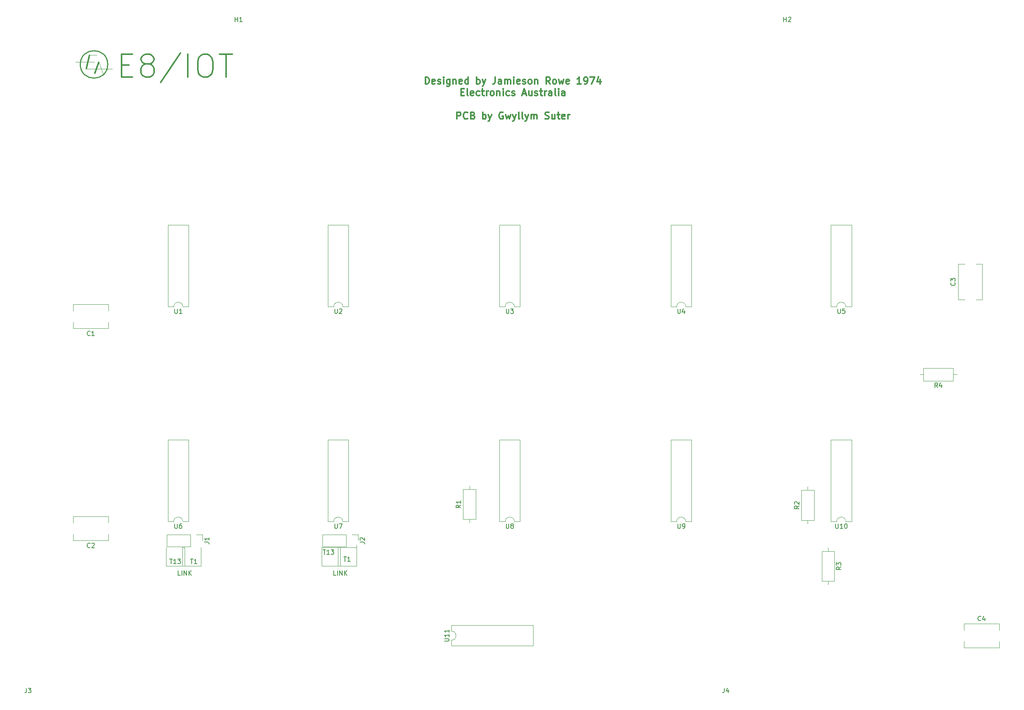
<source format=gbr>
%TF.GenerationSoftware,KiCad,Pcbnew,(5.1.10-1-10_14)*%
%TF.CreationDate,2022-01-24T12:26:02+11:00*%
%TF.ProjectId,Input:Output Interface,496e7075-743a-44f7-9574-70757420496e,rev?*%
%TF.SameCoordinates,Original*%
%TF.FileFunction,Legend,Top*%
%TF.FilePolarity,Positive*%
%FSLAX46Y46*%
G04 Gerber Fmt 4.6, Leading zero omitted, Abs format (unit mm)*
G04 Created by KiCad (PCBNEW (5.1.10-1-10_14)) date 2022-01-24 12:26:02*
%MOMM*%
%LPD*%
G01*
G04 APERTURE LIST*
%ADD10C,0.300000*%
%ADD11C,0.150000*%
%ADD12C,0.120000*%
%ADD13C,0.240000*%
G04 APERTURE END LIST*
D10*
X94386285Y-68222857D02*
X96052952Y-68222857D01*
X96767238Y-70841904D02*
X94386285Y-70841904D01*
X94386285Y-65841904D01*
X96767238Y-65841904D01*
X99624380Y-67984761D02*
X99148190Y-67746666D01*
X98910095Y-67508571D01*
X98672000Y-67032380D01*
X98672000Y-66794285D01*
X98910095Y-66318095D01*
X99148190Y-66080000D01*
X99624380Y-65841904D01*
X100576761Y-65841904D01*
X101052952Y-66080000D01*
X101291047Y-66318095D01*
X101529142Y-66794285D01*
X101529142Y-67032380D01*
X101291047Y-67508571D01*
X101052952Y-67746666D01*
X100576761Y-67984761D01*
X99624380Y-67984761D01*
X99148190Y-68222857D01*
X98910095Y-68460952D01*
X98672000Y-68937142D01*
X98672000Y-69889523D01*
X98910095Y-70365714D01*
X99148190Y-70603809D01*
X99624380Y-70841904D01*
X100576761Y-70841904D01*
X101052952Y-70603809D01*
X101291047Y-70365714D01*
X101529142Y-69889523D01*
X101529142Y-68937142D01*
X101291047Y-68460952D01*
X101052952Y-68222857D01*
X100576761Y-67984761D01*
X107243428Y-65603809D02*
X102957714Y-72032380D01*
X108910095Y-70841904D02*
X108910095Y-65841904D01*
X112243428Y-65841904D02*
X113195809Y-65841904D01*
X113672000Y-66080000D01*
X114148190Y-66556190D01*
X114386285Y-67508571D01*
X114386285Y-69175238D01*
X114148190Y-70127619D01*
X113672000Y-70603809D01*
X113195809Y-70841904D01*
X112243428Y-70841904D01*
X111767238Y-70603809D01*
X111291047Y-70127619D01*
X111052952Y-69175238D01*
X111052952Y-67508571D01*
X111291047Y-66556190D01*
X111767238Y-66080000D01*
X112243428Y-65841904D01*
X115814857Y-65841904D02*
X118672000Y-65841904D01*
X117243428Y-70841904D02*
X117243428Y-65841904D01*
X160857142Y-72353571D02*
X160857142Y-70853571D01*
X161214285Y-70853571D01*
X161428571Y-70925000D01*
X161571428Y-71067857D01*
X161642857Y-71210714D01*
X161714285Y-71496428D01*
X161714285Y-71710714D01*
X161642857Y-71996428D01*
X161571428Y-72139285D01*
X161428571Y-72282142D01*
X161214285Y-72353571D01*
X160857142Y-72353571D01*
X162928571Y-72282142D02*
X162785714Y-72353571D01*
X162500000Y-72353571D01*
X162357142Y-72282142D01*
X162285714Y-72139285D01*
X162285714Y-71567857D01*
X162357142Y-71425000D01*
X162500000Y-71353571D01*
X162785714Y-71353571D01*
X162928571Y-71425000D01*
X163000000Y-71567857D01*
X163000000Y-71710714D01*
X162285714Y-71853571D01*
X163571428Y-72282142D02*
X163714285Y-72353571D01*
X164000000Y-72353571D01*
X164142857Y-72282142D01*
X164214285Y-72139285D01*
X164214285Y-72067857D01*
X164142857Y-71925000D01*
X164000000Y-71853571D01*
X163785714Y-71853571D01*
X163642857Y-71782142D01*
X163571428Y-71639285D01*
X163571428Y-71567857D01*
X163642857Y-71425000D01*
X163785714Y-71353571D01*
X164000000Y-71353571D01*
X164142857Y-71425000D01*
X164857142Y-72353571D02*
X164857142Y-71353571D01*
X164857142Y-70853571D02*
X164785714Y-70925000D01*
X164857142Y-70996428D01*
X164928571Y-70925000D01*
X164857142Y-70853571D01*
X164857142Y-70996428D01*
X166214285Y-71353571D02*
X166214285Y-72567857D01*
X166142857Y-72710714D01*
X166071428Y-72782142D01*
X165928571Y-72853571D01*
X165714285Y-72853571D01*
X165571428Y-72782142D01*
X166214285Y-72282142D02*
X166071428Y-72353571D01*
X165785714Y-72353571D01*
X165642857Y-72282142D01*
X165571428Y-72210714D01*
X165500000Y-72067857D01*
X165500000Y-71639285D01*
X165571428Y-71496428D01*
X165642857Y-71425000D01*
X165785714Y-71353571D01*
X166071428Y-71353571D01*
X166214285Y-71425000D01*
X166928571Y-71353571D02*
X166928571Y-72353571D01*
X166928571Y-71496428D02*
X167000000Y-71425000D01*
X167142857Y-71353571D01*
X167357142Y-71353571D01*
X167500000Y-71425000D01*
X167571428Y-71567857D01*
X167571428Y-72353571D01*
X168857142Y-72282142D02*
X168714285Y-72353571D01*
X168428571Y-72353571D01*
X168285714Y-72282142D01*
X168214285Y-72139285D01*
X168214285Y-71567857D01*
X168285714Y-71425000D01*
X168428571Y-71353571D01*
X168714285Y-71353571D01*
X168857142Y-71425000D01*
X168928571Y-71567857D01*
X168928571Y-71710714D01*
X168214285Y-71853571D01*
X170214285Y-72353571D02*
X170214285Y-70853571D01*
X170214285Y-72282142D02*
X170071428Y-72353571D01*
X169785714Y-72353571D01*
X169642857Y-72282142D01*
X169571428Y-72210714D01*
X169500000Y-72067857D01*
X169500000Y-71639285D01*
X169571428Y-71496428D01*
X169642857Y-71425000D01*
X169785714Y-71353571D01*
X170071428Y-71353571D01*
X170214285Y-71425000D01*
X172071428Y-72353571D02*
X172071428Y-70853571D01*
X172071428Y-71425000D02*
X172214285Y-71353571D01*
X172500000Y-71353571D01*
X172642857Y-71425000D01*
X172714285Y-71496428D01*
X172785714Y-71639285D01*
X172785714Y-72067857D01*
X172714285Y-72210714D01*
X172642857Y-72282142D01*
X172500000Y-72353571D01*
X172214285Y-72353571D01*
X172071428Y-72282142D01*
X173285714Y-71353571D02*
X173642857Y-72353571D01*
X174000000Y-71353571D02*
X173642857Y-72353571D01*
X173500000Y-72710714D01*
X173428571Y-72782142D01*
X173285714Y-72853571D01*
X176142857Y-70853571D02*
X176142857Y-71925000D01*
X176071428Y-72139285D01*
X175928571Y-72282142D01*
X175714285Y-72353571D01*
X175571428Y-72353571D01*
X177500000Y-72353571D02*
X177500000Y-71567857D01*
X177428571Y-71425000D01*
X177285714Y-71353571D01*
X177000000Y-71353571D01*
X176857142Y-71425000D01*
X177500000Y-72282142D02*
X177357142Y-72353571D01*
X177000000Y-72353571D01*
X176857142Y-72282142D01*
X176785714Y-72139285D01*
X176785714Y-71996428D01*
X176857142Y-71853571D01*
X177000000Y-71782142D01*
X177357142Y-71782142D01*
X177500000Y-71710714D01*
X178214285Y-72353571D02*
X178214285Y-71353571D01*
X178214285Y-71496428D02*
X178285714Y-71425000D01*
X178428571Y-71353571D01*
X178642857Y-71353571D01*
X178785714Y-71425000D01*
X178857142Y-71567857D01*
X178857142Y-72353571D01*
X178857142Y-71567857D02*
X178928571Y-71425000D01*
X179071428Y-71353571D01*
X179285714Y-71353571D01*
X179428571Y-71425000D01*
X179500000Y-71567857D01*
X179500000Y-72353571D01*
X180214285Y-72353571D02*
X180214285Y-71353571D01*
X180214285Y-70853571D02*
X180142857Y-70925000D01*
X180214285Y-70996428D01*
X180285714Y-70925000D01*
X180214285Y-70853571D01*
X180214285Y-70996428D01*
X181500000Y-72282142D02*
X181357142Y-72353571D01*
X181071428Y-72353571D01*
X180928571Y-72282142D01*
X180857142Y-72139285D01*
X180857142Y-71567857D01*
X180928571Y-71425000D01*
X181071428Y-71353571D01*
X181357142Y-71353571D01*
X181500000Y-71425000D01*
X181571428Y-71567857D01*
X181571428Y-71710714D01*
X180857142Y-71853571D01*
X182142857Y-72282142D02*
X182285714Y-72353571D01*
X182571428Y-72353571D01*
X182714285Y-72282142D01*
X182785714Y-72139285D01*
X182785714Y-72067857D01*
X182714285Y-71925000D01*
X182571428Y-71853571D01*
X182357142Y-71853571D01*
X182214285Y-71782142D01*
X182142857Y-71639285D01*
X182142857Y-71567857D01*
X182214285Y-71425000D01*
X182357142Y-71353571D01*
X182571428Y-71353571D01*
X182714285Y-71425000D01*
X183642857Y-72353571D02*
X183500000Y-72282142D01*
X183428571Y-72210714D01*
X183357142Y-72067857D01*
X183357142Y-71639285D01*
X183428571Y-71496428D01*
X183500000Y-71425000D01*
X183642857Y-71353571D01*
X183857142Y-71353571D01*
X184000000Y-71425000D01*
X184071428Y-71496428D01*
X184142857Y-71639285D01*
X184142857Y-72067857D01*
X184071428Y-72210714D01*
X184000000Y-72282142D01*
X183857142Y-72353571D01*
X183642857Y-72353571D01*
X184785714Y-71353571D02*
X184785714Y-72353571D01*
X184785714Y-71496428D02*
X184857142Y-71425000D01*
X185000000Y-71353571D01*
X185214285Y-71353571D01*
X185357142Y-71425000D01*
X185428571Y-71567857D01*
X185428571Y-72353571D01*
X188142857Y-72353571D02*
X187642857Y-71639285D01*
X187285714Y-72353571D02*
X187285714Y-70853571D01*
X187857142Y-70853571D01*
X188000000Y-70925000D01*
X188071428Y-70996428D01*
X188142857Y-71139285D01*
X188142857Y-71353571D01*
X188071428Y-71496428D01*
X188000000Y-71567857D01*
X187857142Y-71639285D01*
X187285714Y-71639285D01*
X189000000Y-72353571D02*
X188857142Y-72282142D01*
X188785714Y-72210714D01*
X188714285Y-72067857D01*
X188714285Y-71639285D01*
X188785714Y-71496428D01*
X188857142Y-71425000D01*
X189000000Y-71353571D01*
X189214285Y-71353571D01*
X189357142Y-71425000D01*
X189428571Y-71496428D01*
X189500000Y-71639285D01*
X189500000Y-72067857D01*
X189428571Y-72210714D01*
X189357142Y-72282142D01*
X189214285Y-72353571D01*
X189000000Y-72353571D01*
X190000000Y-71353571D02*
X190285714Y-72353571D01*
X190571428Y-71639285D01*
X190857142Y-72353571D01*
X191142857Y-71353571D01*
X192285714Y-72282142D02*
X192142857Y-72353571D01*
X191857142Y-72353571D01*
X191714285Y-72282142D01*
X191642857Y-72139285D01*
X191642857Y-71567857D01*
X191714285Y-71425000D01*
X191857142Y-71353571D01*
X192142857Y-71353571D01*
X192285714Y-71425000D01*
X192357142Y-71567857D01*
X192357142Y-71710714D01*
X191642857Y-71853571D01*
X194928571Y-72353571D02*
X194071428Y-72353571D01*
X194500000Y-72353571D02*
X194500000Y-70853571D01*
X194357142Y-71067857D01*
X194214285Y-71210714D01*
X194071428Y-71282142D01*
X195642857Y-72353571D02*
X195928571Y-72353571D01*
X196071428Y-72282142D01*
X196142857Y-72210714D01*
X196285714Y-71996428D01*
X196357142Y-71710714D01*
X196357142Y-71139285D01*
X196285714Y-70996428D01*
X196214285Y-70925000D01*
X196071428Y-70853571D01*
X195785714Y-70853571D01*
X195642857Y-70925000D01*
X195571428Y-70996428D01*
X195500000Y-71139285D01*
X195500000Y-71496428D01*
X195571428Y-71639285D01*
X195642857Y-71710714D01*
X195785714Y-71782142D01*
X196071428Y-71782142D01*
X196214285Y-71710714D01*
X196285714Y-71639285D01*
X196357142Y-71496428D01*
X196857142Y-70853571D02*
X197857142Y-70853571D01*
X197214285Y-72353571D01*
X199071428Y-71353571D02*
X199071428Y-72353571D01*
X198714285Y-70782142D02*
X198357142Y-71853571D01*
X199285714Y-71853571D01*
X168642857Y-74117857D02*
X169142857Y-74117857D01*
X169357142Y-74903571D02*
X168642857Y-74903571D01*
X168642857Y-73403571D01*
X169357142Y-73403571D01*
X170214285Y-74903571D02*
X170071428Y-74832142D01*
X170000000Y-74689285D01*
X170000000Y-73403571D01*
X171357142Y-74832142D02*
X171214285Y-74903571D01*
X170928571Y-74903571D01*
X170785714Y-74832142D01*
X170714285Y-74689285D01*
X170714285Y-74117857D01*
X170785714Y-73975000D01*
X170928571Y-73903571D01*
X171214285Y-73903571D01*
X171357142Y-73975000D01*
X171428571Y-74117857D01*
X171428571Y-74260714D01*
X170714285Y-74403571D01*
X172714285Y-74832142D02*
X172571428Y-74903571D01*
X172285714Y-74903571D01*
X172142857Y-74832142D01*
X172071428Y-74760714D01*
X172000000Y-74617857D01*
X172000000Y-74189285D01*
X172071428Y-74046428D01*
X172142857Y-73975000D01*
X172285714Y-73903571D01*
X172571428Y-73903571D01*
X172714285Y-73975000D01*
X173142857Y-73903571D02*
X173714285Y-73903571D01*
X173357142Y-73403571D02*
X173357142Y-74689285D01*
X173428571Y-74832142D01*
X173571428Y-74903571D01*
X173714285Y-74903571D01*
X174214285Y-74903571D02*
X174214285Y-73903571D01*
X174214285Y-74189285D02*
X174285714Y-74046428D01*
X174357142Y-73975000D01*
X174500000Y-73903571D01*
X174642857Y-73903571D01*
X175357142Y-74903571D02*
X175214285Y-74832142D01*
X175142857Y-74760714D01*
X175071428Y-74617857D01*
X175071428Y-74189285D01*
X175142857Y-74046428D01*
X175214285Y-73975000D01*
X175357142Y-73903571D01*
X175571428Y-73903571D01*
X175714285Y-73975000D01*
X175785714Y-74046428D01*
X175857142Y-74189285D01*
X175857142Y-74617857D01*
X175785714Y-74760714D01*
X175714285Y-74832142D01*
X175571428Y-74903571D01*
X175357142Y-74903571D01*
X176500000Y-73903571D02*
X176500000Y-74903571D01*
X176500000Y-74046428D02*
X176571428Y-73975000D01*
X176714285Y-73903571D01*
X176928571Y-73903571D01*
X177071428Y-73975000D01*
X177142857Y-74117857D01*
X177142857Y-74903571D01*
X177857142Y-74903571D02*
X177857142Y-73903571D01*
X177857142Y-73403571D02*
X177785714Y-73475000D01*
X177857142Y-73546428D01*
X177928571Y-73475000D01*
X177857142Y-73403571D01*
X177857142Y-73546428D01*
X179214285Y-74832142D02*
X179071428Y-74903571D01*
X178785714Y-74903571D01*
X178642857Y-74832142D01*
X178571428Y-74760714D01*
X178500000Y-74617857D01*
X178500000Y-74189285D01*
X178571428Y-74046428D01*
X178642857Y-73975000D01*
X178785714Y-73903571D01*
X179071428Y-73903571D01*
X179214285Y-73975000D01*
X179785714Y-74832142D02*
X179928571Y-74903571D01*
X180214285Y-74903571D01*
X180357142Y-74832142D01*
X180428571Y-74689285D01*
X180428571Y-74617857D01*
X180357142Y-74475000D01*
X180214285Y-74403571D01*
X180000000Y-74403571D01*
X179857142Y-74332142D01*
X179785714Y-74189285D01*
X179785714Y-74117857D01*
X179857142Y-73975000D01*
X180000000Y-73903571D01*
X180214285Y-73903571D01*
X180357142Y-73975000D01*
X182142857Y-74475000D02*
X182857142Y-74475000D01*
X182000000Y-74903571D02*
X182500000Y-73403571D01*
X183000000Y-74903571D01*
X184142857Y-73903571D02*
X184142857Y-74903571D01*
X183500000Y-73903571D02*
X183500000Y-74689285D01*
X183571428Y-74832142D01*
X183714285Y-74903571D01*
X183928571Y-74903571D01*
X184071428Y-74832142D01*
X184142857Y-74760714D01*
X184785714Y-74832142D02*
X184928571Y-74903571D01*
X185214285Y-74903571D01*
X185357142Y-74832142D01*
X185428571Y-74689285D01*
X185428571Y-74617857D01*
X185357142Y-74475000D01*
X185214285Y-74403571D01*
X185000000Y-74403571D01*
X184857142Y-74332142D01*
X184785714Y-74189285D01*
X184785714Y-74117857D01*
X184857142Y-73975000D01*
X185000000Y-73903571D01*
X185214285Y-73903571D01*
X185357142Y-73975000D01*
X185857142Y-73903571D02*
X186428571Y-73903571D01*
X186071428Y-73403571D02*
X186071428Y-74689285D01*
X186142857Y-74832142D01*
X186285714Y-74903571D01*
X186428571Y-74903571D01*
X186928571Y-74903571D02*
X186928571Y-73903571D01*
X186928571Y-74189285D02*
X187000000Y-74046428D01*
X187071428Y-73975000D01*
X187214285Y-73903571D01*
X187357142Y-73903571D01*
X188500000Y-74903571D02*
X188500000Y-74117857D01*
X188428571Y-73975000D01*
X188285714Y-73903571D01*
X188000000Y-73903571D01*
X187857142Y-73975000D01*
X188500000Y-74832142D02*
X188357142Y-74903571D01*
X188000000Y-74903571D01*
X187857142Y-74832142D01*
X187785714Y-74689285D01*
X187785714Y-74546428D01*
X187857142Y-74403571D01*
X188000000Y-74332142D01*
X188357142Y-74332142D01*
X188500000Y-74260714D01*
X189428571Y-74903571D02*
X189285714Y-74832142D01*
X189214285Y-74689285D01*
X189214285Y-73403571D01*
X190000000Y-74903571D02*
X190000000Y-73903571D01*
X190000000Y-73403571D02*
X189928571Y-73475000D01*
X190000000Y-73546428D01*
X190071428Y-73475000D01*
X190000000Y-73403571D01*
X190000000Y-73546428D01*
X191357142Y-74903571D02*
X191357142Y-74117857D01*
X191285714Y-73975000D01*
X191142857Y-73903571D01*
X190857142Y-73903571D01*
X190714285Y-73975000D01*
X191357142Y-74832142D02*
X191214285Y-74903571D01*
X190857142Y-74903571D01*
X190714285Y-74832142D01*
X190642857Y-74689285D01*
X190642857Y-74546428D01*
X190714285Y-74403571D01*
X190857142Y-74332142D01*
X191214285Y-74332142D01*
X191357142Y-74260714D01*
X167750000Y-80003571D02*
X167750000Y-78503571D01*
X168321428Y-78503571D01*
X168464285Y-78575000D01*
X168535714Y-78646428D01*
X168607142Y-78789285D01*
X168607142Y-79003571D01*
X168535714Y-79146428D01*
X168464285Y-79217857D01*
X168321428Y-79289285D01*
X167750000Y-79289285D01*
X170107142Y-79860714D02*
X170035714Y-79932142D01*
X169821428Y-80003571D01*
X169678571Y-80003571D01*
X169464285Y-79932142D01*
X169321428Y-79789285D01*
X169250000Y-79646428D01*
X169178571Y-79360714D01*
X169178571Y-79146428D01*
X169250000Y-78860714D01*
X169321428Y-78717857D01*
X169464285Y-78575000D01*
X169678571Y-78503571D01*
X169821428Y-78503571D01*
X170035714Y-78575000D01*
X170107142Y-78646428D01*
X171250000Y-79217857D02*
X171464285Y-79289285D01*
X171535714Y-79360714D01*
X171607142Y-79503571D01*
X171607142Y-79717857D01*
X171535714Y-79860714D01*
X171464285Y-79932142D01*
X171321428Y-80003571D01*
X170750000Y-80003571D01*
X170750000Y-78503571D01*
X171250000Y-78503571D01*
X171392857Y-78575000D01*
X171464285Y-78646428D01*
X171535714Y-78789285D01*
X171535714Y-78932142D01*
X171464285Y-79075000D01*
X171392857Y-79146428D01*
X171250000Y-79217857D01*
X170750000Y-79217857D01*
X173392857Y-80003571D02*
X173392857Y-78503571D01*
X173392857Y-79075000D02*
X173535714Y-79003571D01*
X173821428Y-79003571D01*
X173964285Y-79075000D01*
X174035714Y-79146428D01*
X174107142Y-79289285D01*
X174107142Y-79717857D01*
X174035714Y-79860714D01*
X173964285Y-79932142D01*
X173821428Y-80003571D01*
X173535714Y-80003571D01*
X173392857Y-79932142D01*
X174607142Y-79003571D02*
X174964285Y-80003571D01*
X175321428Y-79003571D02*
X174964285Y-80003571D01*
X174821428Y-80360714D01*
X174750000Y-80432142D01*
X174607142Y-80503571D01*
X177821428Y-78575000D02*
X177678571Y-78503571D01*
X177464285Y-78503571D01*
X177250000Y-78575000D01*
X177107142Y-78717857D01*
X177035714Y-78860714D01*
X176964285Y-79146428D01*
X176964285Y-79360714D01*
X177035714Y-79646428D01*
X177107142Y-79789285D01*
X177250000Y-79932142D01*
X177464285Y-80003571D01*
X177607142Y-80003571D01*
X177821428Y-79932142D01*
X177892857Y-79860714D01*
X177892857Y-79360714D01*
X177607142Y-79360714D01*
X178392857Y-79003571D02*
X178678571Y-80003571D01*
X178964285Y-79289285D01*
X179250000Y-80003571D01*
X179535714Y-79003571D01*
X179964285Y-79003571D02*
X180321428Y-80003571D01*
X180678571Y-79003571D02*
X180321428Y-80003571D01*
X180178571Y-80360714D01*
X180107142Y-80432142D01*
X179964285Y-80503571D01*
X181464285Y-80003571D02*
X181321428Y-79932142D01*
X181250000Y-79789285D01*
X181250000Y-78503571D01*
X182250000Y-80003571D02*
X182107142Y-79932142D01*
X182035714Y-79789285D01*
X182035714Y-78503571D01*
X182678571Y-79003571D02*
X183035714Y-80003571D01*
X183392857Y-79003571D02*
X183035714Y-80003571D01*
X182892857Y-80360714D01*
X182821428Y-80432142D01*
X182678571Y-80503571D01*
X183964285Y-80003571D02*
X183964285Y-79003571D01*
X183964285Y-79146428D02*
X184035714Y-79075000D01*
X184178571Y-79003571D01*
X184392857Y-79003571D01*
X184535714Y-79075000D01*
X184607142Y-79217857D01*
X184607142Y-80003571D01*
X184607142Y-79217857D02*
X184678571Y-79075000D01*
X184821428Y-79003571D01*
X185035714Y-79003571D01*
X185178571Y-79075000D01*
X185250000Y-79217857D01*
X185250000Y-80003571D01*
X187035714Y-79932142D02*
X187250000Y-80003571D01*
X187607142Y-80003571D01*
X187750000Y-79932142D01*
X187821428Y-79860714D01*
X187892857Y-79717857D01*
X187892857Y-79575000D01*
X187821428Y-79432142D01*
X187750000Y-79360714D01*
X187607142Y-79289285D01*
X187321428Y-79217857D01*
X187178571Y-79146428D01*
X187107142Y-79075000D01*
X187035714Y-78932142D01*
X187035714Y-78789285D01*
X187107142Y-78646428D01*
X187178571Y-78575000D01*
X187321428Y-78503571D01*
X187678571Y-78503571D01*
X187892857Y-78575000D01*
X189178571Y-79003571D02*
X189178571Y-80003571D01*
X188535714Y-79003571D02*
X188535714Y-79789285D01*
X188607142Y-79932142D01*
X188750000Y-80003571D01*
X188964285Y-80003571D01*
X189107142Y-79932142D01*
X189178571Y-79860714D01*
X189678571Y-79003571D02*
X190250000Y-79003571D01*
X189892857Y-78503571D02*
X189892857Y-79789285D01*
X189964285Y-79932142D01*
X190107142Y-80003571D01*
X190250000Y-80003571D01*
X191321428Y-79932142D02*
X191178571Y-80003571D01*
X190892857Y-80003571D01*
X190750000Y-79932142D01*
X190678571Y-79789285D01*
X190678571Y-79217857D01*
X190750000Y-79075000D01*
X190892857Y-79003571D01*
X191178571Y-79003571D01*
X191321428Y-79075000D01*
X191392857Y-79217857D01*
X191392857Y-79360714D01*
X190678571Y-79503571D01*
X192035714Y-80003571D02*
X192035714Y-79003571D01*
X192035714Y-79289285D02*
X192107142Y-79146428D01*
X192178571Y-79075000D01*
X192321428Y-79003571D01*
X192464285Y-79003571D01*
D11*
X141287619Y-179776380D02*
X140811428Y-179776380D01*
X140811428Y-178776380D01*
X141620952Y-179776380D02*
X141620952Y-178776380D01*
X142097142Y-179776380D02*
X142097142Y-178776380D01*
X142668571Y-179776380D01*
X142668571Y-178776380D01*
X143144761Y-179776380D02*
X143144761Y-178776380D01*
X143716190Y-179776380D02*
X143287619Y-179204952D01*
X143716190Y-178776380D02*
X143144761Y-179347809D01*
X107251619Y-179776380D02*
X106775428Y-179776380D01*
X106775428Y-178776380D01*
X107584952Y-179776380D02*
X107584952Y-178776380D01*
X108061142Y-179776380D02*
X108061142Y-178776380D01*
X108632571Y-179776380D01*
X108632571Y-178776380D01*
X109108761Y-179776380D02*
X109108761Y-178776380D01*
X109680190Y-179776380D02*
X109251619Y-179204952D01*
X109680190Y-178776380D02*
X109108761Y-179347809D01*
D12*
X108204000Y-173736000D02*
X108204000Y-177800000D01*
X107696000Y-173736000D02*
X108204000Y-173736000D01*
X107696000Y-177800000D02*
X107696000Y-173736000D01*
X111760000Y-177800000D02*
X111760000Y-173736000D01*
X104140000Y-177800000D02*
X111760000Y-177800000D01*
X104140000Y-173736000D02*
X104140000Y-177800000D01*
X138176000Y-173736000D02*
X145796000Y-173736000D01*
X142240000Y-173736000D02*
X142240000Y-177800000D01*
X141732000Y-173736000D02*
X142240000Y-173736000D01*
X141732000Y-173736000D02*
X141732000Y-177800000D01*
X145796000Y-177800000D02*
X145796000Y-173228000D01*
X138176000Y-177800000D02*
X145796000Y-177800000D01*
X138176000Y-173736000D02*
X138176000Y-177800000D01*
D11*
X143002095Y-175728380D02*
X143573523Y-175728380D01*
X143287809Y-176728380D02*
X143287809Y-175728380D01*
X144430666Y-176728380D02*
X143859238Y-176728380D01*
X144144952Y-176728380D02*
X144144952Y-175728380D01*
X144049714Y-175871238D01*
X143954476Y-175966476D01*
X143859238Y-176014095D01*
X138461904Y-174204380D02*
X139033333Y-174204380D01*
X138747619Y-175204380D02*
X138747619Y-174204380D01*
X139890476Y-175204380D02*
X139319047Y-175204380D01*
X139604761Y-175204380D02*
X139604761Y-174204380D01*
X139509523Y-174347238D01*
X139414285Y-174442476D01*
X139319047Y-174490095D01*
X140223809Y-174204380D02*
X140842857Y-174204380D01*
X140509523Y-174585333D01*
X140652380Y-174585333D01*
X140747619Y-174632952D01*
X140795238Y-174680571D01*
X140842857Y-174775809D01*
X140842857Y-175013904D01*
X140795238Y-175109142D01*
X140747619Y-175156761D01*
X140652380Y-175204380D01*
X140366666Y-175204380D01*
X140271428Y-175156761D01*
X140223809Y-175109142D01*
X104933904Y-176236380D02*
X105505333Y-176236380D01*
X105219619Y-177236380D02*
X105219619Y-176236380D01*
X106362476Y-177236380D02*
X105791047Y-177236380D01*
X106076761Y-177236380D02*
X106076761Y-176236380D01*
X105981523Y-176379238D01*
X105886285Y-176474476D01*
X105791047Y-176522095D01*
X106695809Y-176236380D02*
X107314857Y-176236380D01*
X106981523Y-176617333D01*
X107124380Y-176617333D01*
X107219619Y-176664952D01*
X107267238Y-176712571D01*
X107314857Y-176807809D01*
X107314857Y-177045904D01*
X107267238Y-177141142D01*
X107219619Y-177188761D01*
X107124380Y-177236380D01*
X106838666Y-177236380D01*
X106743428Y-177188761D01*
X106695809Y-177141142D01*
X109474095Y-176236380D02*
X110045523Y-176236380D01*
X109759809Y-177236380D02*
X109759809Y-176236380D01*
X110902666Y-177236380D02*
X110331238Y-177236380D01*
X110616952Y-177236380D02*
X110616952Y-176236380D01*
X110521714Y-176379238D01*
X110426476Y-176474476D01*
X110331238Y-176522095D01*
D12*
%TO.C,U11*%
X166550000Y-191990000D02*
G75*
G02*
X166550000Y-193990000I0J-1000000D01*
G01*
X166550000Y-193990000D02*
X166550000Y-195240000D01*
X166550000Y-195240000D02*
X184450000Y-195240000D01*
X184450000Y-195240000D02*
X184450000Y-190740000D01*
X184450000Y-190740000D02*
X166550000Y-190740000D01*
X166550000Y-190740000D02*
X166550000Y-191990000D01*
%TO.C,U7*%
X140810000Y-168070000D02*
G75*
G02*
X142810000Y-168070000I1000000J0D01*
G01*
X142810000Y-168070000D02*
X144060000Y-168070000D01*
X144060000Y-168070000D02*
X144060000Y-150170000D01*
X144060000Y-150170000D02*
X139560000Y-150170000D01*
X139560000Y-150170000D02*
X139560000Y-168070000D01*
X139560000Y-168070000D02*
X140810000Y-168070000D01*
%TO.C,U9*%
X215810000Y-168070000D02*
G75*
G02*
X217810000Y-168070000I1000000J0D01*
G01*
X217810000Y-168070000D02*
X219060000Y-168070000D01*
X219060000Y-168070000D02*
X219060000Y-150170000D01*
X219060000Y-150170000D02*
X214560000Y-150170000D01*
X214560000Y-150170000D02*
X214560000Y-168070000D01*
X214560000Y-168070000D02*
X215810000Y-168070000D01*
%TO.C,U6*%
X105810000Y-168070000D02*
G75*
G02*
X107810000Y-168070000I1000000J0D01*
G01*
X107810000Y-168070000D02*
X109060000Y-168070000D01*
X109060000Y-168070000D02*
X109060000Y-150170000D01*
X109060000Y-150170000D02*
X104560000Y-150170000D01*
X104560000Y-150170000D02*
X104560000Y-168070000D01*
X104560000Y-168070000D02*
X105810000Y-168070000D01*
%TO.C,U1*%
X105810000Y-121070000D02*
G75*
G02*
X107810000Y-121070000I1000000J0D01*
G01*
X107810000Y-121070000D02*
X109060000Y-121070000D01*
X109060000Y-121070000D02*
X109060000Y-103170000D01*
X109060000Y-103170000D02*
X104560000Y-103170000D01*
X104560000Y-103170000D02*
X104560000Y-121070000D01*
X104560000Y-121070000D02*
X105810000Y-121070000D01*
%TO.C,U2*%
X140810000Y-121070000D02*
G75*
G02*
X142810000Y-121070000I1000000J0D01*
G01*
X142810000Y-121070000D02*
X144060000Y-121070000D01*
X144060000Y-121070000D02*
X144060000Y-103170000D01*
X144060000Y-103170000D02*
X139560000Y-103170000D01*
X139560000Y-103170000D02*
X139560000Y-121070000D01*
X139560000Y-121070000D02*
X140810000Y-121070000D01*
%TO.C,U3*%
X178310000Y-121070000D02*
G75*
G02*
X180310000Y-121070000I1000000J0D01*
G01*
X180310000Y-121070000D02*
X181560000Y-121070000D01*
X181560000Y-121070000D02*
X181560000Y-103170000D01*
X181560000Y-103170000D02*
X177060000Y-103170000D01*
X177060000Y-103170000D02*
X177060000Y-121070000D01*
X177060000Y-121070000D02*
X178310000Y-121070000D01*
%TO.C,U4*%
X215810000Y-121070000D02*
G75*
G02*
X217810000Y-121070000I1000000J0D01*
G01*
X217810000Y-121070000D02*
X219060000Y-121070000D01*
X219060000Y-121070000D02*
X219060000Y-103170000D01*
X219060000Y-103170000D02*
X214560000Y-103170000D01*
X214560000Y-103170000D02*
X214560000Y-121070000D01*
X214560000Y-121070000D02*
X215810000Y-121070000D01*
%TO.C,U5*%
X250810000Y-121070000D02*
G75*
G02*
X252810000Y-121070000I1000000J0D01*
G01*
X252810000Y-121070000D02*
X254060000Y-121070000D01*
X254060000Y-121070000D02*
X254060000Y-103170000D01*
X254060000Y-103170000D02*
X249560000Y-103170000D01*
X249560000Y-103170000D02*
X249560000Y-121070000D01*
X249560000Y-121070000D02*
X250810000Y-121070000D01*
%TO.C,U8*%
X178310000Y-168070000D02*
G75*
G02*
X180310000Y-168070000I1000000J0D01*
G01*
X180310000Y-168070000D02*
X181560000Y-168070000D01*
X181560000Y-168070000D02*
X181560000Y-150170000D01*
X181560000Y-150170000D02*
X177060000Y-150170000D01*
X177060000Y-150170000D02*
X177060000Y-168070000D01*
X177060000Y-168070000D02*
X178310000Y-168070000D01*
%TO.C,U10*%
X250810000Y-168070000D02*
G75*
G02*
X252810000Y-168070000I1000000J0D01*
G01*
X252810000Y-168070000D02*
X254060000Y-168070000D01*
X254060000Y-168070000D02*
X254060000Y-150170000D01*
X254060000Y-150170000D02*
X249560000Y-150170000D01*
X249560000Y-150170000D02*
X249560000Y-168070000D01*
X249560000Y-168070000D02*
X250810000Y-168070000D01*
%TO.C,R4*%
X269010000Y-135890000D02*
X269780000Y-135890000D01*
X277090000Y-135890000D02*
X276320000Y-135890000D01*
X269780000Y-137260000D02*
X276320000Y-137260000D01*
X269780000Y-134520000D02*
X269780000Y-137260000D01*
X276320000Y-134520000D02*
X269780000Y-134520000D01*
X276320000Y-137260000D02*
X276320000Y-134520000D01*
%TO.C,R3*%
X248920000Y-181840000D02*
X248920000Y-181070000D01*
X248920000Y-173760000D02*
X248920000Y-174530000D01*
X250290000Y-181070000D02*
X250290000Y-174530000D01*
X247550000Y-181070000D02*
X250290000Y-181070000D01*
X247550000Y-174530000D02*
X247550000Y-181070000D01*
X250290000Y-174530000D02*
X247550000Y-174530000D01*
%TO.C,R2*%
X244475000Y-160425000D02*
X244475000Y-161195000D01*
X244475000Y-168505000D02*
X244475000Y-167735000D01*
X243105000Y-161195000D02*
X243105000Y-167735000D01*
X245845000Y-161195000D02*
X243105000Y-161195000D01*
X245845000Y-167735000D02*
X245845000Y-161195000D01*
X243105000Y-167735000D02*
X245845000Y-167735000D01*
%TO.C,R1*%
X170500000Y-160240000D02*
X170500000Y-161010000D01*
X170500000Y-168320000D02*
X170500000Y-167550000D01*
X169130000Y-161010000D02*
X169130000Y-167550000D01*
X171870000Y-161010000D02*
X169130000Y-161010000D01*
X171870000Y-167550000D02*
X171870000Y-161010000D01*
X169130000Y-167550000D02*
X171870000Y-167550000D01*
%TO.C,C4*%
X286385000Y-194296000D02*
X286385000Y-195660000D01*
X286385000Y-190420000D02*
X286385000Y-191784000D01*
X278645000Y-194296000D02*
X278645000Y-195660000D01*
X278645000Y-190420000D02*
X278645000Y-191784000D01*
X278645000Y-195660000D02*
X286385000Y-195660000D01*
X278645000Y-190420000D02*
X286385000Y-190420000D01*
%TO.C,C3*%
X281291000Y-111760000D02*
X282655000Y-111760000D01*
X277415000Y-111760000D02*
X278779000Y-111760000D01*
X281291000Y-119500000D02*
X282655000Y-119500000D01*
X277415000Y-119500000D02*
X278779000Y-119500000D01*
X282655000Y-119500000D02*
X282655000Y-111760000D01*
X277415000Y-119500000D02*
X277415000Y-111760000D01*
%TO.C,C2*%
X83820000Y-168289000D02*
X83820000Y-166925000D01*
X83820000Y-172165000D02*
X83820000Y-170801000D01*
X91560000Y-168289000D02*
X91560000Y-166925000D01*
X91560000Y-172165000D02*
X91560000Y-170801000D01*
X91560000Y-166925000D02*
X83820000Y-166925000D01*
X91560000Y-172165000D02*
X83820000Y-172165000D01*
%TO.C,C1*%
X83820000Y-121934000D02*
X83820000Y-120570000D01*
X83820000Y-125810000D02*
X83820000Y-124446000D01*
X91560000Y-121934000D02*
X91560000Y-120570000D01*
X91560000Y-125810000D02*
X91560000Y-124446000D01*
X91560000Y-120570000D02*
X83820000Y-120570000D01*
X91560000Y-125810000D02*
X83820000Y-125810000D01*
%TO.C,REF\u002A\u002A*%
X89432000Y-67562000D02*
X90392000Y-70032000D01*
D10*
X89392000Y-67572000D02*
X88592000Y-69972000D01*
D12*
X86642000Y-69022000D02*
X92342000Y-69022000D01*
X84302000Y-67542000D02*
X88502000Y-67542000D01*
X87352000Y-66002000D02*
X88962000Y-66002000D01*
D10*
X87392000Y-66072000D02*
X86692000Y-68972000D01*
D13*
X91392000Y-68072000D02*
G75*
G03*
X91392000Y-68072000I-3000000J0D01*
G01*
D12*
%TO.C,J1*%
X104334000Y-170882000D02*
X104334000Y-173542000D01*
X109474000Y-170882000D02*
X104334000Y-170882000D01*
X109474000Y-173542000D02*
X104334000Y-173542000D01*
X109474000Y-170882000D02*
X109474000Y-173542000D01*
X110744000Y-170882000D02*
X112074000Y-170882000D01*
X112074000Y-170882000D02*
X112074000Y-172212000D01*
%TO.C,J2*%
X146110000Y-170882000D02*
X146110000Y-172212000D01*
X144780000Y-170882000D02*
X146110000Y-170882000D01*
X143510000Y-170882000D02*
X143510000Y-173542000D01*
X143510000Y-173542000D02*
X138370000Y-173542000D01*
X143510000Y-170882000D02*
X138370000Y-170882000D01*
X138370000Y-170882000D02*
X138370000Y-173542000D01*
%TO.C,U11*%
D11*
X165002380Y-194228095D02*
X165811904Y-194228095D01*
X165907142Y-194180476D01*
X165954761Y-194132857D01*
X166002380Y-194037619D01*
X166002380Y-193847142D01*
X165954761Y-193751904D01*
X165907142Y-193704285D01*
X165811904Y-193656666D01*
X165002380Y-193656666D01*
X166002380Y-192656666D02*
X166002380Y-193228095D01*
X166002380Y-192942380D02*
X165002380Y-192942380D01*
X165145238Y-193037619D01*
X165240476Y-193132857D01*
X165288095Y-193228095D01*
X166002380Y-191704285D02*
X166002380Y-192275714D01*
X166002380Y-191990000D02*
X165002380Y-191990000D01*
X165145238Y-192085238D01*
X165240476Y-192180476D01*
X165288095Y-192275714D01*
%TO.C,U7*%
X141048095Y-168522380D02*
X141048095Y-169331904D01*
X141095714Y-169427142D01*
X141143333Y-169474761D01*
X141238571Y-169522380D01*
X141429047Y-169522380D01*
X141524285Y-169474761D01*
X141571904Y-169427142D01*
X141619523Y-169331904D01*
X141619523Y-168522380D01*
X142000476Y-168522380D02*
X142667142Y-168522380D01*
X142238571Y-169522380D01*
%TO.C,U9*%
X216048095Y-168522380D02*
X216048095Y-169331904D01*
X216095714Y-169427142D01*
X216143333Y-169474761D01*
X216238571Y-169522380D01*
X216429047Y-169522380D01*
X216524285Y-169474761D01*
X216571904Y-169427142D01*
X216619523Y-169331904D01*
X216619523Y-168522380D01*
X217143333Y-169522380D02*
X217333809Y-169522380D01*
X217429047Y-169474761D01*
X217476666Y-169427142D01*
X217571904Y-169284285D01*
X217619523Y-169093809D01*
X217619523Y-168712857D01*
X217571904Y-168617619D01*
X217524285Y-168570000D01*
X217429047Y-168522380D01*
X217238571Y-168522380D01*
X217143333Y-168570000D01*
X217095714Y-168617619D01*
X217048095Y-168712857D01*
X217048095Y-168950952D01*
X217095714Y-169046190D01*
X217143333Y-169093809D01*
X217238571Y-169141428D01*
X217429047Y-169141428D01*
X217524285Y-169093809D01*
X217571904Y-169046190D01*
X217619523Y-168950952D01*
%TO.C,U6*%
X106048095Y-168522380D02*
X106048095Y-169331904D01*
X106095714Y-169427142D01*
X106143333Y-169474761D01*
X106238571Y-169522380D01*
X106429047Y-169522380D01*
X106524285Y-169474761D01*
X106571904Y-169427142D01*
X106619523Y-169331904D01*
X106619523Y-168522380D01*
X107524285Y-168522380D02*
X107333809Y-168522380D01*
X107238571Y-168570000D01*
X107190952Y-168617619D01*
X107095714Y-168760476D01*
X107048095Y-168950952D01*
X107048095Y-169331904D01*
X107095714Y-169427142D01*
X107143333Y-169474761D01*
X107238571Y-169522380D01*
X107429047Y-169522380D01*
X107524285Y-169474761D01*
X107571904Y-169427142D01*
X107619523Y-169331904D01*
X107619523Y-169093809D01*
X107571904Y-168998571D01*
X107524285Y-168950952D01*
X107429047Y-168903333D01*
X107238571Y-168903333D01*
X107143333Y-168950952D01*
X107095714Y-168998571D01*
X107048095Y-169093809D01*
%TO.C,U1*%
X106048095Y-121522380D02*
X106048095Y-122331904D01*
X106095714Y-122427142D01*
X106143333Y-122474761D01*
X106238571Y-122522380D01*
X106429047Y-122522380D01*
X106524285Y-122474761D01*
X106571904Y-122427142D01*
X106619523Y-122331904D01*
X106619523Y-121522380D01*
X107619523Y-122522380D02*
X107048095Y-122522380D01*
X107333809Y-122522380D02*
X107333809Y-121522380D01*
X107238571Y-121665238D01*
X107143333Y-121760476D01*
X107048095Y-121808095D01*
%TO.C,U2*%
X141048095Y-121522380D02*
X141048095Y-122331904D01*
X141095714Y-122427142D01*
X141143333Y-122474761D01*
X141238571Y-122522380D01*
X141429047Y-122522380D01*
X141524285Y-122474761D01*
X141571904Y-122427142D01*
X141619523Y-122331904D01*
X141619523Y-121522380D01*
X142048095Y-121617619D02*
X142095714Y-121570000D01*
X142190952Y-121522380D01*
X142429047Y-121522380D01*
X142524285Y-121570000D01*
X142571904Y-121617619D01*
X142619523Y-121712857D01*
X142619523Y-121808095D01*
X142571904Y-121950952D01*
X142000476Y-122522380D01*
X142619523Y-122522380D01*
%TO.C,U3*%
X178548095Y-121522380D02*
X178548095Y-122331904D01*
X178595714Y-122427142D01*
X178643333Y-122474761D01*
X178738571Y-122522380D01*
X178929047Y-122522380D01*
X179024285Y-122474761D01*
X179071904Y-122427142D01*
X179119523Y-122331904D01*
X179119523Y-121522380D01*
X179500476Y-121522380D02*
X180119523Y-121522380D01*
X179786190Y-121903333D01*
X179929047Y-121903333D01*
X180024285Y-121950952D01*
X180071904Y-121998571D01*
X180119523Y-122093809D01*
X180119523Y-122331904D01*
X180071904Y-122427142D01*
X180024285Y-122474761D01*
X179929047Y-122522380D01*
X179643333Y-122522380D01*
X179548095Y-122474761D01*
X179500476Y-122427142D01*
%TO.C,U4*%
X216048095Y-121522380D02*
X216048095Y-122331904D01*
X216095714Y-122427142D01*
X216143333Y-122474761D01*
X216238571Y-122522380D01*
X216429047Y-122522380D01*
X216524285Y-122474761D01*
X216571904Y-122427142D01*
X216619523Y-122331904D01*
X216619523Y-121522380D01*
X217524285Y-121855714D02*
X217524285Y-122522380D01*
X217286190Y-121474761D02*
X217048095Y-122189047D01*
X217667142Y-122189047D01*
%TO.C,U5*%
X251048095Y-121522380D02*
X251048095Y-122331904D01*
X251095714Y-122427142D01*
X251143333Y-122474761D01*
X251238571Y-122522380D01*
X251429047Y-122522380D01*
X251524285Y-122474761D01*
X251571904Y-122427142D01*
X251619523Y-122331904D01*
X251619523Y-121522380D01*
X252571904Y-121522380D02*
X252095714Y-121522380D01*
X252048095Y-121998571D01*
X252095714Y-121950952D01*
X252190952Y-121903333D01*
X252429047Y-121903333D01*
X252524285Y-121950952D01*
X252571904Y-121998571D01*
X252619523Y-122093809D01*
X252619523Y-122331904D01*
X252571904Y-122427142D01*
X252524285Y-122474761D01*
X252429047Y-122522380D01*
X252190952Y-122522380D01*
X252095714Y-122474761D01*
X252048095Y-122427142D01*
%TO.C,U8*%
X178548095Y-168522380D02*
X178548095Y-169331904D01*
X178595714Y-169427142D01*
X178643333Y-169474761D01*
X178738571Y-169522380D01*
X178929047Y-169522380D01*
X179024285Y-169474761D01*
X179071904Y-169427142D01*
X179119523Y-169331904D01*
X179119523Y-168522380D01*
X179738571Y-168950952D02*
X179643333Y-168903333D01*
X179595714Y-168855714D01*
X179548095Y-168760476D01*
X179548095Y-168712857D01*
X179595714Y-168617619D01*
X179643333Y-168570000D01*
X179738571Y-168522380D01*
X179929047Y-168522380D01*
X180024285Y-168570000D01*
X180071904Y-168617619D01*
X180119523Y-168712857D01*
X180119523Y-168760476D01*
X180071904Y-168855714D01*
X180024285Y-168903333D01*
X179929047Y-168950952D01*
X179738571Y-168950952D01*
X179643333Y-168998571D01*
X179595714Y-169046190D01*
X179548095Y-169141428D01*
X179548095Y-169331904D01*
X179595714Y-169427142D01*
X179643333Y-169474761D01*
X179738571Y-169522380D01*
X179929047Y-169522380D01*
X180024285Y-169474761D01*
X180071904Y-169427142D01*
X180119523Y-169331904D01*
X180119523Y-169141428D01*
X180071904Y-169046190D01*
X180024285Y-168998571D01*
X179929047Y-168950952D01*
%TO.C,U10*%
X250571904Y-168522380D02*
X250571904Y-169331904D01*
X250619523Y-169427142D01*
X250667142Y-169474761D01*
X250762380Y-169522380D01*
X250952857Y-169522380D01*
X251048095Y-169474761D01*
X251095714Y-169427142D01*
X251143333Y-169331904D01*
X251143333Y-168522380D01*
X252143333Y-169522380D02*
X251571904Y-169522380D01*
X251857619Y-169522380D02*
X251857619Y-168522380D01*
X251762380Y-168665238D01*
X251667142Y-168760476D01*
X251571904Y-168808095D01*
X252762380Y-168522380D02*
X252857619Y-168522380D01*
X252952857Y-168570000D01*
X253000476Y-168617619D01*
X253048095Y-168712857D01*
X253095714Y-168903333D01*
X253095714Y-169141428D01*
X253048095Y-169331904D01*
X253000476Y-169427142D01*
X252952857Y-169474761D01*
X252857619Y-169522380D01*
X252762380Y-169522380D01*
X252667142Y-169474761D01*
X252619523Y-169427142D01*
X252571904Y-169331904D01*
X252524285Y-169141428D01*
X252524285Y-168903333D01*
X252571904Y-168712857D01*
X252619523Y-168617619D01*
X252667142Y-168570000D01*
X252762380Y-168522380D01*
%TO.C,H2*%
X239238095Y-58702380D02*
X239238095Y-57702380D01*
X239238095Y-58178571D02*
X239809523Y-58178571D01*
X239809523Y-58702380D02*
X239809523Y-57702380D01*
X240238095Y-57797619D02*
X240285714Y-57750000D01*
X240380952Y-57702380D01*
X240619047Y-57702380D01*
X240714285Y-57750000D01*
X240761904Y-57797619D01*
X240809523Y-57892857D01*
X240809523Y-57988095D01*
X240761904Y-58130952D01*
X240190476Y-58702380D01*
X240809523Y-58702380D01*
%TO.C,H1*%
X119238095Y-58702380D02*
X119238095Y-57702380D01*
X119238095Y-58178571D02*
X119809523Y-58178571D01*
X119809523Y-58702380D02*
X119809523Y-57702380D01*
X120809523Y-58702380D02*
X120238095Y-58702380D01*
X120523809Y-58702380D02*
X120523809Y-57702380D01*
X120428571Y-57845238D01*
X120333333Y-57940476D01*
X120238095Y-57988095D01*
%TO.C,R4*%
X272883333Y-138712380D02*
X272550000Y-138236190D01*
X272311904Y-138712380D02*
X272311904Y-137712380D01*
X272692857Y-137712380D01*
X272788095Y-137760000D01*
X272835714Y-137807619D01*
X272883333Y-137902857D01*
X272883333Y-138045714D01*
X272835714Y-138140952D01*
X272788095Y-138188571D01*
X272692857Y-138236190D01*
X272311904Y-138236190D01*
X273740476Y-138045714D02*
X273740476Y-138712380D01*
X273502380Y-137664761D02*
X273264285Y-138379047D01*
X273883333Y-138379047D01*
%TO.C,R3*%
X251742380Y-177966666D02*
X251266190Y-178300000D01*
X251742380Y-178538095D02*
X250742380Y-178538095D01*
X250742380Y-178157142D01*
X250790000Y-178061904D01*
X250837619Y-178014285D01*
X250932857Y-177966666D01*
X251075714Y-177966666D01*
X251170952Y-178014285D01*
X251218571Y-178061904D01*
X251266190Y-178157142D01*
X251266190Y-178538095D01*
X250742380Y-177633333D02*
X250742380Y-177014285D01*
X251123333Y-177347619D01*
X251123333Y-177204761D01*
X251170952Y-177109523D01*
X251218571Y-177061904D01*
X251313809Y-177014285D01*
X251551904Y-177014285D01*
X251647142Y-177061904D01*
X251694761Y-177109523D01*
X251742380Y-177204761D01*
X251742380Y-177490476D01*
X251694761Y-177585714D01*
X251647142Y-177633333D01*
%TO.C,R2*%
X242557380Y-164631666D02*
X242081190Y-164965000D01*
X242557380Y-165203095D02*
X241557380Y-165203095D01*
X241557380Y-164822142D01*
X241605000Y-164726904D01*
X241652619Y-164679285D01*
X241747857Y-164631666D01*
X241890714Y-164631666D01*
X241985952Y-164679285D01*
X242033571Y-164726904D01*
X242081190Y-164822142D01*
X242081190Y-165203095D01*
X241652619Y-164250714D02*
X241605000Y-164203095D01*
X241557380Y-164107857D01*
X241557380Y-163869761D01*
X241605000Y-163774523D01*
X241652619Y-163726904D01*
X241747857Y-163679285D01*
X241843095Y-163679285D01*
X241985952Y-163726904D01*
X242557380Y-164298333D01*
X242557380Y-163679285D01*
%TO.C,R1*%
X168582380Y-164446666D02*
X168106190Y-164780000D01*
X168582380Y-165018095D02*
X167582380Y-165018095D01*
X167582380Y-164637142D01*
X167630000Y-164541904D01*
X167677619Y-164494285D01*
X167772857Y-164446666D01*
X167915714Y-164446666D01*
X168010952Y-164494285D01*
X168058571Y-164541904D01*
X168106190Y-164637142D01*
X168106190Y-165018095D01*
X168582380Y-163494285D02*
X168582380Y-164065714D01*
X168582380Y-163780000D02*
X167582380Y-163780000D01*
X167725238Y-163875238D01*
X167820476Y-163970476D01*
X167868095Y-164065714D01*
%TO.C,C4*%
X282348333Y-189647142D02*
X282300714Y-189694761D01*
X282157857Y-189742380D01*
X282062619Y-189742380D01*
X281919761Y-189694761D01*
X281824523Y-189599523D01*
X281776904Y-189504285D01*
X281729285Y-189313809D01*
X281729285Y-189170952D01*
X281776904Y-188980476D01*
X281824523Y-188885238D01*
X281919761Y-188790000D01*
X282062619Y-188742380D01*
X282157857Y-188742380D01*
X282300714Y-188790000D01*
X282348333Y-188837619D01*
X283205476Y-189075714D02*
X283205476Y-189742380D01*
X282967380Y-188694761D02*
X282729285Y-189409047D01*
X283348333Y-189409047D01*
%TO.C,C3*%
X276642142Y-115796666D02*
X276689761Y-115844285D01*
X276737380Y-115987142D01*
X276737380Y-116082380D01*
X276689761Y-116225238D01*
X276594523Y-116320476D01*
X276499285Y-116368095D01*
X276308809Y-116415714D01*
X276165952Y-116415714D01*
X275975476Y-116368095D01*
X275880238Y-116320476D01*
X275785000Y-116225238D01*
X275737380Y-116082380D01*
X275737380Y-115987142D01*
X275785000Y-115844285D01*
X275832619Y-115796666D01*
X275737380Y-115463333D02*
X275737380Y-114844285D01*
X276118333Y-115177619D01*
X276118333Y-115034761D01*
X276165952Y-114939523D01*
X276213571Y-114891904D01*
X276308809Y-114844285D01*
X276546904Y-114844285D01*
X276642142Y-114891904D01*
X276689761Y-114939523D01*
X276737380Y-115034761D01*
X276737380Y-115320476D01*
X276689761Y-115415714D01*
X276642142Y-115463333D01*
%TO.C,C2*%
X87523333Y-173652142D02*
X87475714Y-173699761D01*
X87332857Y-173747380D01*
X87237619Y-173747380D01*
X87094761Y-173699761D01*
X86999523Y-173604523D01*
X86951904Y-173509285D01*
X86904285Y-173318809D01*
X86904285Y-173175952D01*
X86951904Y-172985476D01*
X86999523Y-172890238D01*
X87094761Y-172795000D01*
X87237619Y-172747380D01*
X87332857Y-172747380D01*
X87475714Y-172795000D01*
X87523333Y-172842619D01*
X87904285Y-172842619D02*
X87951904Y-172795000D01*
X88047142Y-172747380D01*
X88285238Y-172747380D01*
X88380476Y-172795000D01*
X88428095Y-172842619D01*
X88475714Y-172937857D01*
X88475714Y-173033095D01*
X88428095Y-173175952D01*
X87856666Y-173747380D01*
X88475714Y-173747380D01*
%TO.C,C1*%
X87523333Y-127297142D02*
X87475714Y-127344761D01*
X87332857Y-127392380D01*
X87237619Y-127392380D01*
X87094761Y-127344761D01*
X86999523Y-127249523D01*
X86951904Y-127154285D01*
X86904285Y-126963809D01*
X86904285Y-126820952D01*
X86951904Y-126630476D01*
X86999523Y-126535238D01*
X87094761Y-126440000D01*
X87237619Y-126392380D01*
X87332857Y-126392380D01*
X87475714Y-126440000D01*
X87523333Y-126487619D01*
X88475714Y-127392380D02*
X87904285Y-127392380D01*
X88190000Y-127392380D02*
X88190000Y-126392380D01*
X88094761Y-126535238D01*
X87999523Y-126630476D01*
X87904285Y-126678095D01*
%TO.C,J3*%
X73619066Y-204486380D02*
X73619066Y-205200666D01*
X73571447Y-205343523D01*
X73476209Y-205438761D01*
X73333352Y-205486380D01*
X73238114Y-205486380D01*
X74000019Y-204486380D02*
X74619066Y-204486380D01*
X74285733Y-204867333D01*
X74428590Y-204867333D01*
X74523828Y-204914952D01*
X74571447Y-204962571D01*
X74619066Y-205057809D01*
X74619066Y-205295904D01*
X74571447Y-205391142D01*
X74523828Y-205438761D01*
X74428590Y-205486380D01*
X74142876Y-205486380D01*
X74047638Y-205438761D01*
X74000019Y-205391142D01*
%TO.C,J1*%
X112526380Y-172545333D02*
X113240666Y-172545333D01*
X113383523Y-172592952D01*
X113478761Y-172688190D01*
X113526380Y-172831047D01*
X113526380Y-172926285D01*
X113526380Y-171545333D02*
X113526380Y-172116761D01*
X113526380Y-171831047D02*
X112526380Y-171831047D01*
X112669238Y-171926285D01*
X112764476Y-172021523D01*
X112812095Y-172116761D01*
%TO.C,J2*%
X146562380Y-172545333D02*
X147276666Y-172545333D01*
X147419523Y-172592952D01*
X147514761Y-172688190D01*
X147562380Y-172831047D01*
X147562380Y-172926285D01*
X146657619Y-172116761D02*
X146610000Y-172069142D01*
X146562380Y-171973904D01*
X146562380Y-171735809D01*
X146610000Y-171640571D01*
X146657619Y-171592952D01*
X146752857Y-171545333D01*
X146848095Y-171545333D01*
X146990952Y-171592952D01*
X147562380Y-172164380D01*
X147562380Y-171545333D01*
%TO.C,J4*%
X226211866Y-204478380D02*
X226211866Y-205192666D01*
X226164247Y-205335523D01*
X226069009Y-205430761D01*
X225926152Y-205478380D01*
X225830914Y-205478380D01*
X227116628Y-204811714D02*
X227116628Y-205478380D01*
X226878533Y-204430761D02*
X226640438Y-205145047D01*
X227259485Y-205145047D01*
%TD*%
M02*

</source>
